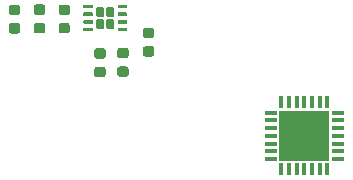
<source format=gbr>
G04 #@! TF.GenerationSoftware,KiCad,Pcbnew,(5.1.2)-2*
G04 #@! TF.CreationDate,2020-03-09T10:51:38+01:00*
G04 #@! TF.ProjectId,Extension_PCB,45787465-6e73-4696-9f6e-5f5043422e6b,rev?*
G04 #@! TF.SameCoordinates,Original*
G04 #@! TF.FileFunction,Paste,Top*
G04 #@! TF.FilePolarity,Positive*
%FSLAX46Y46*%
G04 Gerber Fmt 4.6, Leading zero omitted, Abs format (unit mm)*
G04 Created by KiCad (PCBNEW (5.1.2)-2) date 2020-03-09 10:51:38*
%MOMM*%
%LPD*%
G04 APERTURE LIST*
%ADD10R,1.050000X0.350000*%
%ADD11R,0.350000X1.050000*%
%ADD12R,4.200000X4.200000*%
%ADD13C,0.100000*%
%ADD14C,0.300000*%
%ADD15C,0.690000*%
%ADD16C,0.875000*%
G04 APERTURE END LIST*
D10*
X185050000Y-100150000D03*
X185050000Y-99500000D03*
X185050000Y-98850000D03*
X185050000Y-98200000D03*
X185050000Y-97550000D03*
X185050000Y-96900000D03*
X185050000Y-96250000D03*
D11*
X184150000Y-95350000D03*
X183500000Y-95350000D03*
X182850000Y-95350000D03*
X182200000Y-95350000D03*
X181550000Y-95350000D03*
X180900000Y-95350000D03*
X180250000Y-95350000D03*
D10*
X179350000Y-96250000D03*
X179350000Y-96900000D03*
X179350000Y-97550000D03*
X179350000Y-98200000D03*
X179350000Y-98850000D03*
X179350000Y-99500000D03*
X179350000Y-100150000D03*
D11*
X180250000Y-101050000D03*
X180900000Y-101050000D03*
X181550000Y-101050000D03*
X182200000Y-101050000D03*
X182850000Y-101050000D03*
X183500000Y-101050000D03*
X184150000Y-101050000D03*
D12*
X182200000Y-98200000D03*
D13*
G36*
X167110831Y-87107361D02*
G01*
X167118112Y-87108441D01*
X167125251Y-87110229D01*
X167132181Y-87112709D01*
X167138835Y-87115856D01*
X167145148Y-87119640D01*
X167151059Y-87124024D01*
X167156513Y-87128967D01*
X167161456Y-87134421D01*
X167165840Y-87140332D01*
X167169624Y-87146645D01*
X167172771Y-87153299D01*
X167175251Y-87160229D01*
X167177039Y-87167368D01*
X167178119Y-87174649D01*
X167178480Y-87182000D01*
X167178480Y-87332000D01*
X167178119Y-87339351D01*
X167177039Y-87346632D01*
X167175251Y-87353771D01*
X167172771Y-87360701D01*
X167169624Y-87367355D01*
X167165840Y-87373668D01*
X167161456Y-87379579D01*
X167156513Y-87385033D01*
X167151059Y-87389976D01*
X167145148Y-87394360D01*
X167138835Y-87398144D01*
X167132181Y-87401291D01*
X167125251Y-87403771D01*
X167118112Y-87405559D01*
X167110831Y-87406639D01*
X167103480Y-87407000D01*
X166453480Y-87407000D01*
X166446129Y-87406639D01*
X166438848Y-87405559D01*
X166431709Y-87403771D01*
X166424779Y-87401291D01*
X166418125Y-87398144D01*
X166411812Y-87394360D01*
X166405901Y-87389976D01*
X166400447Y-87385033D01*
X166395504Y-87379579D01*
X166391120Y-87373668D01*
X166387336Y-87367355D01*
X166384189Y-87360701D01*
X166381709Y-87353771D01*
X166379921Y-87346632D01*
X166378841Y-87339351D01*
X166378480Y-87332000D01*
X166378480Y-87182000D01*
X166378841Y-87174649D01*
X166379921Y-87167368D01*
X166381709Y-87160229D01*
X166384189Y-87153299D01*
X166387336Y-87146645D01*
X166391120Y-87140332D01*
X166395504Y-87134421D01*
X166400447Y-87128967D01*
X166405901Y-87124024D01*
X166411812Y-87119640D01*
X166418125Y-87115856D01*
X166424779Y-87112709D01*
X166431709Y-87110229D01*
X166438848Y-87108441D01*
X166446129Y-87107361D01*
X166453480Y-87107000D01*
X167103480Y-87107000D01*
X167110831Y-87107361D01*
X167110831Y-87107361D01*
G37*
D14*
X166778480Y-87257000D03*
D13*
G36*
X167110831Y-87757361D02*
G01*
X167118112Y-87758441D01*
X167125251Y-87760229D01*
X167132181Y-87762709D01*
X167138835Y-87765856D01*
X167145148Y-87769640D01*
X167151059Y-87774024D01*
X167156513Y-87778967D01*
X167161456Y-87784421D01*
X167165840Y-87790332D01*
X167169624Y-87796645D01*
X167172771Y-87803299D01*
X167175251Y-87810229D01*
X167177039Y-87817368D01*
X167178119Y-87824649D01*
X167178480Y-87832000D01*
X167178480Y-87982000D01*
X167178119Y-87989351D01*
X167177039Y-87996632D01*
X167175251Y-88003771D01*
X167172771Y-88010701D01*
X167169624Y-88017355D01*
X167165840Y-88023668D01*
X167161456Y-88029579D01*
X167156513Y-88035033D01*
X167151059Y-88039976D01*
X167145148Y-88044360D01*
X167138835Y-88048144D01*
X167132181Y-88051291D01*
X167125251Y-88053771D01*
X167118112Y-88055559D01*
X167110831Y-88056639D01*
X167103480Y-88057000D01*
X166453480Y-88057000D01*
X166446129Y-88056639D01*
X166438848Y-88055559D01*
X166431709Y-88053771D01*
X166424779Y-88051291D01*
X166418125Y-88048144D01*
X166411812Y-88044360D01*
X166405901Y-88039976D01*
X166400447Y-88035033D01*
X166395504Y-88029579D01*
X166391120Y-88023668D01*
X166387336Y-88017355D01*
X166384189Y-88010701D01*
X166381709Y-88003771D01*
X166379921Y-87996632D01*
X166378841Y-87989351D01*
X166378480Y-87982000D01*
X166378480Y-87832000D01*
X166378841Y-87824649D01*
X166379921Y-87817368D01*
X166381709Y-87810229D01*
X166384189Y-87803299D01*
X166387336Y-87796645D01*
X166391120Y-87790332D01*
X166395504Y-87784421D01*
X166400447Y-87778967D01*
X166405901Y-87774024D01*
X166411812Y-87769640D01*
X166418125Y-87765856D01*
X166424779Y-87762709D01*
X166431709Y-87760229D01*
X166438848Y-87758441D01*
X166446129Y-87757361D01*
X166453480Y-87757000D01*
X167103480Y-87757000D01*
X167110831Y-87757361D01*
X167110831Y-87757361D01*
G37*
D14*
X166778480Y-87907000D03*
D13*
G36*
X167110831Y-88407361D02*
G01*
X167118112Y-88408441D01*
X167125251Y-88410229D01*
X167132181Y-88412709D01*
X167138835Y-88415856D01*
X167145148Y-88419640D01*
X167151059Y-88424024D01*
X167156513Y-88428967D01*
X167161456Y-88434421D01*
X167165840Y-88440332D01*
X167169624Y-88446645D01*
X167172771Y-88453299D01*
X167175251Y-88460229D01*
X167177039Y-88467368D01*
X167178119Y-88474649D01*
X167178480Y-88482000D01*
X167178480Y-88632000D01*
X167178119Y-88639351D01*
X167177039Y-88646632D01*
X167175251Y-88653771D01*
X167172771Y-88660701D01*
X167169624Y-88667355D01*
X167165840Y-88673668D01*
X167161456Y-88679579D01*
X167156513Y-88685033D01*
X167151059Y-88689976D01*
X167145148Y-88694360D01*
X167138835Y-88698144D01*
X167132181Y-88701291D01*
X167125251Y-88703771D01*
X167118112Y-88705559D01*
X167110831Y-88706639D01*
X167103480Y-88707000D01*
X166453480Y-88707000D01*
X166446129Y-88706639D01*
X166438848Y-88705559D01*
X166431709Y-88703771D01*
X166424779Y-88701291D01*
X166418125Y-88698144D01*
X166411812Y-88694360D01*
X166405901Y-88689976D01*
X166400447Y-88685033D01*
X166395504Y-88679579D01*
X166391120Y-88673668D01*
X166387336Y-88667355D01*
X166384189Y-88660701D01*
X166381709Y-88653771D01*
X166379921Y-88646632D01*
X166378841Y-88639351D01*
X166378480Y-88632000D01*
X166378480Y-88482000D01*
X166378841Y-88474649D01*
X166379921Y-88467368D01*
X166381709Y-88460229D01*
X166384189Y-88453299D01*
X166387336Y-88446645D01*
X166391120Y-88440332D01*
X166395504Y-88434421D01*
X166400447Y-88428967D01*
X166405901Y-88424024D01*
X166411812Y-88419640D01*
X166418125Y-88415856D01*
X166424779Y-88412709D01*
X166431709Y-88410229D01*
X166438848Y-88408441D01*
X166446129Y-88407361D01*
X166453480Y-88407000D01*
X167103480Y-88407000D01*
X167110831Y-88407361D01*
X167110831Y-88407361D01*
G37*
D14*
X166778480Y-88557000D03*
D13*
G36*
X167110831Y-89057361D02*
G01*
X167118112Y-89058441D01*
X167125251Y-89060229D01*
X167132181Y-89062709D01*
X167138835Y-89065856D01*
X167145148Y-89069640D01*
X167151059Y-89074024D01*
X167156513Y-89078967D01*
X167161456Y-89084421D01*
X167165840Y-89090332D01*
X167169624Y-89096645D01*
X167172771Y-89103299D01*
X167175251Y-89110229D01*
X167177039Y-89117368D01*
X167178119Y-89124649D01*
X167178480Y-89132000D01*
X167178480Y-89282000D01*
X167178119Y-89289351D01*
X167177039Y-89296632D01*
X167175251Y-89303771D01*
X167172771Y-89310701D01*
X167169624Y-89317355D01*
X167165840Y-89323668D01*
X167161456Y-89329579D01*
X167156513Y-89335033D01*
X167151059Y-89339976D01*
X167145148Y-89344360D01*
X167138835Y-89348144D01*
X167132181Y-89351291D01*
X167125251Y-89353771D01*
X167118112Y-89355559D01*
X167110831Y-89356639D01*
X167103480Y-89357000D01*
X166453480Y-89357000D01*
X166446129Y-89356639D01*
X166438848Y-89355559D01*
X166431709Y-89353771D01*
X166424779Y-89351291D01*
X166418125Y-89348144D01*
X166411812Y-89344360D01*
X166405901Y-89339976D01*
X166400447Y-89335033D01*
X166395504Y-89329579D01*
X166391120Y-89323668D01*
X166387336Y-89317355D01*
X166384189Y-89310701D01*
X166381709Y-89303771D01*
X166379921Y-89296632D01*
X166378841Y-89289351D01*
X166378480Y-89282000D01*
X166378480Y-89132000D01*
X166378841Y-89124649D01*
X166379921Y-89117368D01*
X166381709Y-89110229D01*
X166384189Y-89103299D01*
X166387336Y-89096645D01*
X166391120Y-89090332D01*
X166395504Y-89084421D01*
X166400447Y-89078967D01*
X166405901Y-89074024D01*
X166411812Y-89069640D01*
X166418125Y-89065856D01*
X166424779Y-89062709D01*
X166431709Y-89060229D01*
X166438848Y-89058441D01*
X166446129Y-89057361D01*
X166453480Y-89057000D01*
X167103480Y-89057000D01*
X167110831Y-89057361D01*
X167110831Y-89057361D01*
G37*
D14*
X166778480Y-89207000D03*
D13*
G36*
X164210831Y-89057361D02*
G01*
X164218112Y-89058441D01*
X164225251Y-89060229D01*
X164232181Y-89062709D01*
X164238835Y-89065856D01*
X164245148Y-89069640D01*
X164251059Y-89074024D01*
X164256513Y-89078967D01*
X164261456Y-89084421D01*
X164265840Y-89090332D01*
X164269624Y-89096645D01*
X164272771Y-89103299D01*
X164275251Y-89110229D01*
X164277039Y-89117368D01*
X164278119Y-89124649D01*
X164278480Y-89132000D01*
X164278480Y-89282000D01*
X164278119Y-89289351D01*
X164277039Y-89296632D01*
X164275251Y-89303771D01*
X164272771Y-89310701D01*
X164269624Y-89317355D01*
X164265840Y-89323668D01*
X164261456Y-89329579D01*
X164256513Y-89335033D01*
X164251059Y-89339976D01*
X164245148Y-89344360D01*
X164238835Y-89348144D01*
X164232181Y-89351291D01*
X164225251Y-89353771D01*
X164218112Y-89355559D01*
X164210831Y-89356639D01*
X164203480Y-89357000D01*
X163553480Y-89357000D01*
X163546129Y-89356639D01*
X163538848Y-89355559D01*
X163531709Y-89353771D01*
X163524779Y-89351291D01*
X163518125Y-89348144D01*
X163511812Y-89344360D01*
X163505901Y-89339976D01*
X163500447Y-89335033D01*
X163495504Y-89329579D01*
X163491120Y-89323668D01*
X163487336Y-89317355D01*
X163484189Y-89310701D01*
X163481709Y-89303771D01*
X163479921Y-89296632D01*
X163478841Y-89289351D01*
X163478480Y-89282000D01*
X163478480Y-89132000D01*
X163478841Y-89124649D01*
X163479921Y-89117368D01*
X163481709Y-89110229D01*
X163484189Y-89103299D01*
X163487336Y-89096645D01*
X163491120Y-89090332D01*
X163495504Y-89084421D01*
X163500447Y-89078967D01*
X163505901Y-89074024D01*
X163511812Y-89069640D01*
X163518125Y-89065856D01*
X163524779Y-89062709D01*
X163531709Y-89060229D01*
X163538848Y-89058441D01*
X163546129Y-89057361D01*
X163553480Y-89057000D01*
X164203480Y-89057000D01*
X164210831Y-89057361D01*
X164210831Y-89057361D01*
G37*
D14*
X163878480Y-89207000D03*
D13*
G36*
X164210831Y-88407361D02*
G01*
X164218112Y-88408441D01*
X164225251Y-88410229D01*
X164232181Y-88412709D01*
X164238835Y-88415856D01*
X164245148Y-88419640D01*
X164251059Y-88424024D01*
X164256513Y-88428967D01*
X164261456Y-88434421D01*
X164265840Y-88440332D01*
X164269624Y-88446645D01*
X164272771Y-88453299D01*
X164275251Y-88460229D01*
X164277039Y-88467368D01*
X164278119Y-88474649D01*
X164278480Y-88482000D01*
X164278480Y-88632000D01*
X164278119Y-88639351D01*
X164277039Y-88646632D01*
X164275251Y-88653771D01*
X164272771Y-88660701D01*
X164269624Y-88667355D01*
X164265840Y-88673668D01*
X164261456Y-88679579D01*
X164256513Y-88685033D01*
X164251059Y-88689976D01*
X164245148Y-88694360D01*
X164238835Y-88698144D01*
X164232181Y-88701291D01*
X164225251Y-88703771D01*
X164218112Y-88705559D01*
X164210831Y-88706639D01*
X164203480Y-88707000D01*
X163553480Y-88707000D01*
X163546129Y-88706639D01*
X163538848Y-88705559D01*
X163531709Y-88703771D01*
X163524779Y-88701291D01*
X163518125Y-88698144D01*
X163511812Y-88694360D01*
X163505901Y-88689976D01*
X163500447Y-88685033D01*
X163495504Y-88679579D01*
X163491120Y-88673668D01*
X163487336Y-88667355D01*
X163484189Y-88660701D01*
X163481709Y-88653771D01*
X163479921Y-88646632D01*
X163478841Y-88639351D01*
X163478480Y-88632000D01*
X163478480Y-88482000D01*
X163478841Y-88474649D01*
X163479921Y-88467368D01*
X163481709Y-88460229D01*
X163484189Y-88453299D01*
X163487336Y-88446645D01*
X163491120Y-88440332D01*
X163495504Y-88434421D01*
X163500447Y-88428967D01*
X163505901Y-88424024D01*
X163511812Y-88419640D01*
X163518125Y-88415856D01*
X163524779Y-88412709D01*
X163531709Y-88410229D01*
X163538848Y-88408441D01*
X163546129Y-88407361D01*
X163553480Y-88407000D01*
X164203480Y-88407000D01*
X164210831Y-88407361D01*
X164210831Y-88407361D01*
G37*
D14*
X163878480Y-88557000D03*
D13*
G36*
X164210831Y-87757361D02*
G01*
X164218112Y-87758441D01*
X164225251Y-87760229D01*
X164232181Y-87762709D01*
X164238835Y-87765856D01*
X164245148Y-87769640D01*
X164251059Y-87774024D01*
X164256513Y-87778967D01*
X164261456Y-87784421D01*
X164265840Y-87790332D01*
X164269624Y-87796645D01*
X164272771Y-87803299D01*
X164275251Y-87810229D01*
X164277039Y-87817368D01*
X164278119Y-87824649D01*
X164278480Y-87832000D01*
X164278480Y-87982000D01*
X164278119Y-87989351D01*
X164277039Y-87996632D01*
X164275251Y-88003771D01*
X164272771Y-88010701D01*
X164269624Y-88017355D01*
X164265840Y-88023668D01*
X164261456Y-88029579D01*
X164256513Y-88035033D01*
X164251059Y-88039976D01*
X164245148Y-88044360D01*
X164238835Y-88048144D01*
X164232181Y-88051291D01*
X164225251Y-88053771D01*
X164218112Y-88055559D01*
X164210831Y-88056639D01*
X164203480Y-88057000D01*
X163553480Y-88057000D01*
X163546129Y-88056639D01*
X163538848Y-88055559D01*
X163531709Y-88053771D01*
X163524779Y-88051291D01*
X163518125Y-88048144D01*
X163511812Y-88044360D01*
X163505901Y-88039976D01*
X163500447Y-88035033D01*
X163495504Y-88029579D01*
X163491120Y-88023668D01*
X163487336Y-88017355D01*
X163484189Y-88010701D01*
X163481709Y-88003771D01*
X163479921Y-87996632D01*
X163478841Y-87989351D01*
X163478480Y-87982000D01*
X163478480Y-87832000D01*
X163478841Y-87824649D01*
X163479921Y-87817368D01*
X163481709Y-87810229D01*
X163484189Y-87803299D01*
X163487336Y-87796645D01*
X163491120Y-87790332D01*
X163495504Y-87784421D01*
X163500447Y-87778967D01*
X163505901Y-87774024D01*
X163511812Y-87769640D01*
X163518125Y-87765856D01*
X163524779Y-87762709D01*
X163531709Y-87760229D01*
X163538848Y-87758441D01*
X163546129Y-87757361D01*
X163553480Y-87757000D01*
X164203480Y-87757000D01*
X164210831Y-87757361D01*
X164210831Y-87757361D01*
G37*
D14*
X163878480Y-87907000D03*
D13*
G36*
X164210831Y-87107361D02*
G01*
X164218112Y-87108441D01*
X164225251Y-87110229D01*
X164232181Y-87112709D01*
X164238835Y-87115856D01*
X164245148Y-87119640D01*
X164251059Y-87124024D01*
X164256513Y-87128967D01*
X164261456Y-87134421D01*
X164265840Y-87140332D01*
X164269624Y-87146645D01*
X164272771Y-87153299D01*
X164275251Y-87160229D01*
X164277039Y-87167368D01*
X164278119Y-87174649D01*
X164278480Y-87182000D01*
X164278480Y-87332000D01*
X164278119Y-87339351D01*
X164277039Y-87346632D01*
X164275251Y-87353771D01*
X164272771Y-87360701D01*
X164269624Y-87367355D01*
X164265840Y-87373668D01*
X164261456Y-87379579D01*
X164256513Y-87385033D01*
X164251059Y-87389976D01*
X164245148Y-87394360D01*
X164238835Y-87398144D01*
X164232181Y-87401291D01*
X164225251Y-87403771D01*
X164218112Y-87405559D01*
X164210831Y-87406639D01*
X164203480Y-87407000D01*
X163553480Y-87407000D01*
X163546129Y-87406639D01*
X163538848Y-87405559D01*
X163531709Y-87403771D01*
X163524779Y-87401291D01*
X163518125Y-87398144D01*
X163511812Y-87394360D01*
X163505901Y-87389976D01*
X163500447Y-87385033D01*
X163495504Y-87379579D01*
X163491120Y-87373668D01*
X163487336Y-87367355D01*
X163484189Y-87360701D01*
X163481709Y-87353771D01*
X163479921Y-87346632D01*
X163478841Y-87339351D01*
X163478480Y-87332000D01*
X163478480Y-87182000D01*
X163478841Y-87174649D01*
X163479921Y-87167368D01*
X163481709Y-87160229D01*
X163484189Y-87153299D01*
X163487336Y-87146645D01*
X163491120Y-87140332D01*
X163495504Y-87134421D01*
X163500447Y-87128967D01*
X163505901Y-87124024D01*
X163511812Y-87119640D01*
X163518125Y-87115856D01*
X163524779Y-87112709D01*
X163531709Y-87110229D01*
X163538848Y-87108441D01*
X163546129Y-87107361D01*
X163553480Y-87107000D01*
X164203480Y-87107000D01*
X164210831Y-87107361D01*
X164210831Y-87107361D01*
G37*
D14*
X163878480Y-87257000D03*
D13*
G36*
X165942888Y-88327831D02*
G01*
X165959633Y-88330315D01*
X165976054Y-88334428D01*
X165991993Y-88340131D01*
X166007296Y-88347369D01*
X166021816Y-88356071D01*
X166035413Y-88366156D01*
X166047956Y-88377524D01*
X166059324Y-88390067D01*
X166069409Y-88403664D01*
X166078111Y-88418184D01*
X166085349Y-88433487D01*
X166091052Y-88449426D01*
X166095165Y-88465847D01*
X166097649Y-88482592D01*
X166098480Y-88499500D01*
X166098480Y-88984500D01*
X166097649Y-89001408D01*
X166095165Y-89018153D01*
X166091052Y-89034574D01*
X166085349Y-89050513D01*
X166078111Y-89065816D01*
X166069409Y-89080336D01*
X166059324Y-89093933D01*
X166047956Y-89106476D01*
X166035413Y-89117844D01*
X166021816Y-89127929D01*
X166007296Y-89136631D01*
X165991993Y-89143869D01*
X165976054Y-89149572D01*
X165959633Y-89153685D01*
X165942888Y-89156169D01*
X165925980Y-89157000D01*
X165580980Y-89157000D01*
X165564072Y-89156169D01*
X165547327Y-89153685D01*
X165530906Y-89149572D01*
X165514967Y-89143869D01*
X165499664Y-89136631D01*
X165485144Y-89127929D01*
X165471547Y-89117844D01*
X165459004Y-89106476D01*
X165447636Y-89093933D01*
X165437551Y-89080336D01*
X165428849Y-89065816D01*
X165421611Y-89050513D01*
X165415908Y-89034574D01*
X165411795Y-89018153D01*
X165409311Y-89001408D01*
X165408480Y-88984500D01*
X165408480Y-88499500D01*
X165409311Y-88482592D01*
X165411795Y-88465847D01*
X165415908Y-88449426D01*
X165421611Y-88433487D01*
X165428849Y-88418184D01*
X165437551Y-88403664D01*
X165447636Y-88390067D01*
X165459004Y-88377524D01*
X165471547Y-88366156D01*
X165485144Y-88356071D01*
X165499664Y-88347369D01*
X165514967Y-88340131D01*
X165530906Y-88334428D01*
X165547327Y-88330315D01*
X165564072Y-88327831D01*
X165580980Y-88327000D01*
X165925980Y-88327000D01*
X165942888Y-88327831D01*
X165942888Y-88327831D01*
G37*
D15*
X165753480Y-88742000D03*
D13*
G36*
X165942888Y-87307831D02*
G01*
X165959633Y-87310315D01*
X165976054Y-87314428D01*
X165991993Y-87320131D01*
X166007296Y-87327369D01*
X166021816Y-87336071D01*
X166035413Y-87346156D01*
X166047956Y-87357524D01*
X166059324Y-87370067D01*
X166069409Y-87383664D01*
X166078111Y-87398184D01*
X166085349Y-87413487D01*
X166091052Y-87429426D01*
X166095165Y-87445847D01*
X166097649Y-87462592D01*
X166098480Y-87479500D01*
X166098480Y-87964500D01*
X166097649Y-87981408D01*
X166095165Y-87998153D01*
X166091052Y-88014574D01*
X166085349Y-88030513D01*
X166078111Y-88045816D01*
X166069409Y-88060336D01*
X166059324Y-88073933D01*
X166047956Y-88086476D01*
X166035413Y-88097844D01*
X166021816Y-88107929D01*
X166007296Y-88116631D01*
X165991993Y-88123869D01*
X165976054Y-88129572D01*
X165959633Y-88133685D01*
X165942888Y-88136169D01*
X165925980Y-88137000D01*
X165580980Y-88137000D01*
X165564072Y-88136169D01*
X165547327Y-88133685D01*
X165530906Y-88129572D01*
X165514967Y-88123869D01*
X165499664Y-88116631D01*
X165485144Y-88107929D01*
X165471547Y-88097844D01*
X165459004Y-88086476D01*
X165447636Y-88073933D01*
X165437551Y-88060336D01*
X165428849Y-88045816D01*
X165421611Y-88030513D01*
X165415908Y-88014574D01*
X165411795Y-87998153D01*
X165409311Y-87981408D01*
X165408480Y-87964500D01*
X165408480Y-87479500D01*
X165409311Y-87462592D01*
X165411795Y-87445847D01*
X165415908Y-87429426D01*
X165421611Y-87413487D01*
X165428849Y-87398184D01*
X165437551Y-87383664D01*
X165447636Y-87370067D01*
X165459004Y-87357524D01*
X165471547Y-87346156D01*
X165485144Y-87336071D01*
X165499664Y-87327369D01*
X165514967Y-87320131D01*
X165530906Y-87314428D01*
X165547327Y-87310315D01*
X165564072Y-87307831D01*
X165580980Y-87307000D01*
X165925980Y-87307000D01*
X165942888Y-87307831D01*
X165942888Y-87307831D01*
G37*
D15*
X165753480Y-87722000D03*
D13*
G36*
X165092888Y-88327831D02*
G01*
X165109633Y-88330315D01*
X165126054Y-88334428D01*
X165141993Y-88340131D01*
X165157296Y-88347369D01*
X165171816Y-88356071D01*
X165185413Y-88366156D01*
X165197956Y-88377524D01*
X165209324Y-88390067D01*
X165219409Y-88403664D01*
X165228111Y-88418184D01*
X165235349Y-88433487D01*
X165241052Y-88449426D01*
X165245165Y-88465847D01*
X165247649Y-88482592D01*
X165248480Y-88499500D01*
X165248480Y-88984500D01*
X165247649Y-89001408D01*
X165245165Y-89018153D01*
X165241052Y-89034574D01*
X165235349Y-89050513D01*
X165228111Y-89065816D01*
X165219409Y-89080336D01*
X165209324Y-89093933D01*
X165197956Y-89106476D01*
X165185413Y-89117844D01*
X165171816Y-89127929D01*
X165157296Y-89136631D01*
X165141993Y-89143869D01*
X165126054Y-89149572D01*
X165109633Y-89153685D01*
X165092888Y-89156169D01*
X165075980Y-89157000D01*
X164730980Y-89157000D01*
X164714072Y-89156169D01*
X164697327Y-89153685D01*
X164680906Y-89149572D01*
X164664967Y-89143869D01*
X164649664Y-89136631D01*
X164635144Y-89127929D01*
X164621547Y-89117844D01*
X164609004Y-89106476D01*
X164597636Y-89093933D01*
X164587551Y-89080336D01*
X164578849Y-89065816D01*
X164571611Y-89050513D01*
X164565908Y-89034574D01*
X164561795Y-89018153D01*
X164559311Y-89001408D01*
X164558480Y-88984500D01*
X164558480Y-88499500D01*
X164559311Y-88482592D01*
X164561795Y-88465847D01*
X164565908Y-88449426D01*
X164571611Y-88433487D01*
X164578849Y-88418184D01*
X164587551Y-88403664D01*
X164597636Y-88390067D01*
X164609004Y-88377524D01*
X164621547Y-88366156D01*
X164635144Y-88356071D01*
X164649664Y-88347369D01*
X164664967Y-88340131D01*
X164680906Y-88334428D01*
X164697327Y-88330315D01*
X164714072Y-88327831D01*
X164730980Y-88327000D01*
X165075980Y-88327000D01*
X165092888Y-88327831D01*
X165092888Y-88327831D01*
G37*
D15*
X164903480Y-88742000D03*
D13*
G36*
X165092888Y-87307831D02*
G01*
X165109633Y-87310315D01*
X165126054Y-87314428D01*
X165141993Y-87320131D01*
X165157296Y-87327369D01*
X165171816Y-87336071D01*
X165185413Y-87346156D01*
X165197956Y-87357524D01*
X165209324Y-87370067D01*
X165219409Y-87383664D01*
X165228111Y-87398184D01*
X165235349Y-87413487D01*
X165241052Y-87429426D01*
X165245165Y-87445847D01*
X165247649Y-87462592D01*
X165248480Y-87479500D01*
X165248480Y-87964500D01*
X165247649Y-87981408D01*
X165245165Y-87998153D01*
X165241052Y-88014574D01*
X165235349Y-88030513D01*
X165228111Y-88045816D01*
X165219409Y-88060336D01*
X165209324Y-88073933D01*
X165197956Y-88086476D01*
X165185413Y-88097844D01*
X165171816Y-88107929D01*
X165157296Y-88116631D01*
X165141993Y-88123869D01*
X165126054Y-88129572D01*
X165109633Y-88133685D01*
X165092888Y-88136169D01*
X165075980Y-88137000D01*
X164730980Y-88137000D01*
X164714072Y-88136169D01*
X164697327Y-88133685D01*
X164680906Y-88129572D01*
X164664967Y-88123869D01*
X164649664Y-88116631D01*
X164635144Y-88107929D01*
X164621547Y-88097844D01*
X164609004Y-88086476D01*
X164597636Y-88073933D01*
X164587551Y-88060336D01*
X164578849Y-88045816D01*
X164571611Y-88030513D01*
X164565908Y-88014574D01*
X164561795Y-87998153D01*
X164559311Y-87981408D01*
X164558480Y-87964500D01*
X164558480Y-87479500D01*
X164559311Y-87462592D01*
X164561795Y-87445847D01*
X164565908Y-87429426D01*
X164571611Y-87413487D01*
X164578849Y-87398184D01*
X164587551Y-87383664D01*
X164597636Y-87370067D01*
X164609004Y-87357524D01*
X164621547Y-87346156D01*
X164635144Y-87336071D01*
X164649664Y-87327369D01*
X164664967Y-87320131D01*
X164680906Y-87314428D01*
X164697327Y-87310315D01*
X164714072Y-87307831D01*
X164730980Y-87307000D01*
X165075980Y-87307000D01*
X165092888Y-87307831D01*
X165092888Y-87307831D01*
G37*
D15*
X164903480Y-87722000D03*
D13*
G36*
X162142431Y-88659693D02*
G01*
X162163666Y-88662843D01*
X162184490Y-88668059D01*
X162204702Y-88675291D01*
X162224108Y-88684470D01*
X162242521Y-88695506D01*
X162259764Y-88708294D01*
X162275670Y-88722710D01*
X162290086Y-88738616D01*
X162302874Y-88755859D01*
X162313910Y-88774272D01*
X162323089Y-88793678D01*
X162330321Y-88813890D01*
X162335537Y-88834714D01*
X162338687Y-88855949D01*
X162339740Y-88877390D01*
X162339740Y-89314890D01*
X162338687Y-89336331D01*
X162335537Y-89357566D01*
X162330321Y-89378390D01*
X162323089Y-89398602D01*
X162313910Y-89418008D01*
X162302874Y-89436421D01*
X162290086Y-89453664D01*
X162275670Y-89469570D01*
X162259764Y-89483986D01*
X162242521Y-89496774D01*
X162224108Y-89507810D01*
X162204702Y-89516989D01*
X162184490Y-89524221D01*
X162163666Y-89529437D01*
X162142431Y-89532587D01*
X162120990Y-89533640D01*
X161608490Y-89533640D01*
X161587049Y-89532587D01*
X161565814Y-89529437D01*
X161544990Y-89524221D01*
X161524778Y-89516989D01*
X161505372Y-89507810D01*
X161486959Y-89496774D01*
X161469716Y-89483986D01*
X161453810Y-89469570D01*
X161439394Y-89453664D01*
X161426606Y-89436421D01*
X161415570Y-89418008D01*
X161406391Y-89398602D01*
X161399159Y-89378390D01*
X161393943Y-89357566D01*
X161390793Y-89336331D01*
X161389740Y-89314890D01*
X161389740Y-88877390D01*
X161390793Y-88855949D01*
X161393943Y-88834714D01*
X161399159Y-88813890D01*
X161406391Y-88793678D01*
X161415570Y-88774272D01*
X161426606Y-88755859D01*
X161439394Y-88738616D01*
X161453810Y-88722710D01*
X161469716Y-88708294D01*
X161486959Y-88695506D01*
X161505372Y-88684470D01*
X161524778Y-88675291D01*
X161544990Y-88668059D01*
X161565814Y-88662843D01*
X161587049Y-88659693D01*
X161608490Y-88658640D01*
X162120990Y-88658640D01*
X162142431Y-88659693D01*
X162142431Y-88659693D01*
G37*
D16*
X161864740Y-89096140D03*
D13*
G36*
X162142431Y-87084693D02*
G01*
X162163666Y-87087843D01*
X162184490Y-87093059D01*
X162204702Y-87100291D01*
X162224108Y-87109470D01*
X162242521Y-87120506D01*
X162259764Y-87133294D01*
X162275670Y-87147710D01*
X162290086Y-87163616D01*
X162302874Y-87180859D01*
X162313910Y-87199272D01*
X162323089Y-87218678D01*
X162330321Y-87238890D01*
X162335537Y-87259714D01*
X162338687Y-87280949D01*
X162339740Y-87302390D01*
X162339740Y-87739890D01*
X162338687Y-87761331D01*
X162335537Y-87782566D01*
X162330321Y-87803390D01*
X162323089Y-87823602D01*
X162313910Y-87843008D01*
X162302874Y-87861421D01*
X162290086Y-87878664D01*
X162275670Y-87894570D01*
X162259764Y-87908986D01*
X162242521Y-87921774D01*
X162224108Y-87932810D01*
X162204702Y-87941989D01*
X162184490Y-87949221D01*
X162163666Y-87954437D01*
X162142431Y-87957587D01*
X162120990Y-87958640D01*
X161608490Y-87958640D01*
X161587049Y-87957587D01*
X161565814Y-87954437D01*
X161544990Y-87949221D01*
X161524778Y-87941989D01*
X161505372Y-87932810D01*
X161486959Y-87921774D01*
X161469716Y-87908986D01*
X161453810Y-87894570D01*
X161439394Y-87878664D01*
X161426606Y-87861421D01*
X161415570Y-87843008D01*
X161406391Y-87823602D01*
X161399159Y-87803390D01*
X161393943Y-87782566D01*
X161390793Y-87761331D01*
X161389740Y-87739890D01*
X161389740Y-87302390D01*
X161390793Y-87280949D01*
X161393943Y-87259714D01*
X161399159Y-87238890D01*
X161406391Y-87218678D01*
X161415570Y-87199272D01*
X161426606Y-87180859D01*
X161439394Y-87163616D01*
X161453810Y-87147710D01*
X161469716Y-87133294D01*
X161486959Y-87120506D01*
X161505372Y-87109470D01*
X161524778Y-87100291D01*
X161544990Y-87093059D01*
X161565814Y-87087843D01*
X161587049Y-87084693D01*
X161608490Y-87083640D01*
X162120990Y-87083640D01*
X162142431Y-87084693D01*
X162142431Y-87084693D01*
G37*
D16*
X161864740Y-87521140D03*
D13*
G36*
X169277291Y-90615493D02*
G01*
X169298526Y-90618643D01*
X169319350Y-90623859D01*
X169339562Y-90631091D01*
X169358968Y-90640270D01*
X169377381Y-90651306D01*
X169394624Y-90664094D01*
X169410530Y-90678510D01*
X169424946Y-90694416D01*
X169437734Y-90711659D01*
X169448770Y-90730072D01*
X169457949Y-90749478D01*
X169465181Y-90769690D01*
X169470397Y-90790514D01*
X169473547Y-90811749D01*
X169474600Y-90833190D01*
X169474600Y-91270690D01*
X169473547Y-91292131D01*
X169470397Y-91313366D01*
X169465181Y-91334190D01*
X169457949Y-91354402D01*
X169448770Y-91373808D01*
X169437734Y-91392221D01*
X169424946Y-91409464D01*
X169410530Y-91425370D01*
X169394624Y-91439786D01*
X169377381Y-91452574D01*
X169358968Y-91463610D01*
X169339562Y-91472789D01*
X169319350Y-91480021D01*
X169298526Y-91485237D01*
X169277291Y-91488387D01*
X169255850Y-91489440D01*
X168743350Y-91489440D01*
X168721909Y-91488387D01*
X168700674Y-91485237D01*
X168679850Y-91480021D01*
X168659638Y-91472789D01*
X168640232Y-91463610D01*
X168621819Y-91452574D01*
X168604576Y-91439786D01*
X168588670Y-91425370D01*
X168574254Y-91409464D01*
X168561466Y-91392221D01*
X168550430Y-91373808D01*
X168541251Y-91354402D01*
X168534019Y-91334190D01*
X168528803Y-91313366D01*
X168525653Y-91292131D01*
X168524600Y-91270690D01*
X168524600Y-90833190D01*
X168525653Y-90811749D01*
X168528803Y-90790514D01*
X168534019Y-90769690D01*
X168541251Y-90749478D01*
X168550430Y-90730072D01*
X168561466Y-90711659D01*
X168574254Y-90694416D01*
X168588670Y-90678510D01*
X168604576Y-90664094D01*
X168621819Y-90651306D01*
X168640232Y-90640270D01*
X168659638Y-90631091D01*
X168679850Y-90623859D01*
X168700674Y-90618643D01*
X168721909Y-90615493D01*
X168743350Y-90614440D01*
X169255850Y-90614440D01*
X169277291Y-90615493D01*
X169277291Y-90615493D01*
G37*
D16*
X168999600Y-91051940D03*
D13*
G36*
X169277291Y-89040493D02*
G01*
X169298526Y-89043643D01*
X169319350Y-89048859D01*
X169339562Y-89056091D01*
X169358968Y-89065270D01*
X169377381Y-89076306D01*
X169394624Y-89089094D01*
X169410530Y-89103510D01*
X169424946Y-89119416D01*
X169437734Y-89136659D01*
X169448770Y-89155072D01*
X169457949Y-89174478D01*
X169465181Y-89194690D01*
X169470397Y-89215514D01*
X169473547Y-89236749D01*
X169474600Y-89258190D01*
X169474600Y-89695690D01*
X169473547Y-89717131D01*
X169470397Y-89738366D01*
X169465181Y-89759190D01*
X169457949Y-89779402D01*
X169448770Y-89798808D01*
X169437734Y-89817221D01*
X169424946Y-89834464D01*
X169410530Y-89850370D01*
X169394624Y-89864786D01*
X169377381Y-89877574D01*
X169358968Y-89888610D01*
X169339562Y-89897789D01*
X169319350Y-89905021D01*
X169298526Y-89910237D01*
X169277291Y-89913387D01*
X169255850Y-89914440D01*
X168743350Y-89914440D01*
X168721909Y-89913387D01*
X168700674Y-89910237D01*
X168679850Y-89905021D01*
X168659638Y-89897789D01*
X168640232Y-89888610D01*
X168621819Y-89877574D01*
X168604576Y-89864786D01*
X168588670Y-89850370D01*
X168574254Y-89834464D01*
X168561466Y-89817221D01*
X168550430Y-89798808D01*
X168541251Y-89779402D01*
X168534019Y-89759190D01*
X168528803Y-89738366D01*
X168525653Y-89717131D01*
X168524600Y-89695690D01*
X168524600Y-89258190D01*
X168525653Y-89236749D01*
X168528803Y-89215514D01*
X168534019Y-89194690D01*
X168541251Y-89174478D01*
X168550430Y-89155072D01*
X168561466Y-89136659D01*
X168574254Y-89119416D01*
X168588670Y-89103510D01*
X168604576Y-89089094D01*
X168621819Y-89076306D01*
X168640232Y-89065270D01*
X168659638Y-89056091D01*
X168679850Y-89048859D01*
X168700674Y-89043643D01*
X168721909Y-89040493D01*
X168743350Y-89039440D01*
X169255850Y-89039440D01*
X169277291Y-89040493D01*
X169277291Y-89040493D01*
G37*
D16*
X168999600Y-89476940D03*
D13*
G36*
X165162491Y-92357933D02*
G01*
X165183726Y-92361083D01*
X165204550Y-92366299D01*
X165224762Y-92373531D01*
X165244168Y-92382710D01*
X165262581Y-92393746D01*
X165279824Y-92406534D01*
X165295730Y-92420950D01*
X165310146Y-92436856D01*
X165322934Y-92454099D01*
X165333970Y-92472512D01*
X165343149Y-92491918D01*
X165350381Y-92512130D01*
X165355597Y-92532954D01*
X165358747Y-92554189D01*
X165359800Y-92575630D01*
X165359800Y-93013130D01*
X165358747Y-93034571D01*
X165355597Y-93055806D01*
X165350381Y-93076630D01*
X165343149Y-93096842D01*
X165333970Y-93116248D01*
X165322934Y-93134661D01*
X165310146Y-93151904D01*
X165295730Y-93167810D01*
X165279824Y-93182226D01*
X165262581Y-93195014D01*
X165244168Y-93206050D01*
X165224762Y-93215229D01*
X165204550Y-93222461D01*
X165183726Y-93227677D01*
X165162491Y-93230827D01*
X165141050Y-93231880D01*
X164628550Y-93231880D01*
X164607109Y-93230827D01*
X164585874Y-93227677D01*
X164565050Y-93222461D01*
X164544838Y-93215229D01*
X164525432Y-93206050D01*
X164507019Y-93195014D01*
X164489776Y-93182226D01*
X164473870Y-93167810D01*
X164459454Y-93151904D01*
X164446666Y-93134661D01*
X164435630Y-93116248D01*
X164426451Y-93096842D01*
X164419219Y-93076630D01*
X164414003Y-93055806D01*
X164410853Y-93034571D01*
X164409800Y-93013130D01*
X164409800Y-92575630D01*
X164410853Y-92554189D01*
X164414003Y-92532954D01*
X164419219Y-92512130D01*
X164426451Y-92491918D01*
X164435630Y-92472512D01*
X164446666Y-92454099D01*
X164459454Y-92436856D01*
X164473870Y-92420950D01*
X164489776Y-92406534D01*
X164507019Y-92393746D01*
X164525432Y-92382710D01*
X164544838Y-92373531D01*
X164565050Y-92366299D01*
X164585874Y-92361083D01*
X164607109Y-92357933D01*
X164628550Y-92356880D01*
X165141050Y-92356880D01*
X165162491Y-92357933D01*
X165162491Y-92357933D01*
G37*
D16*
X164884800Y-92794380D03*
D13*
G36*
X165162491Y-90782933D02*
G01*
X165183726Y-90786083D01*
X165204550Y-90791299D01*
X165224762Y-90798531D01*
X165244168Y-90807710D01*
X165262581Y-90818746D01*
X165279824Y-90831534D01*
X165295730Y-90845950D01*
X165310146Y-90861856D01*
X165322934Y-90879099D01*
X165333970Y-90897512D01*
X165343149Y-90916918D01*
X165350381Y-90937130D01*
X165355597Y-90957954D01*
X165358747Y-90979189D01*
X165359800Y-91000630D01*
X165359800Y-91438130D01*
X165358747Y-91459571D01*
X165355597Y-91480806D01*
X165350381Y-91501630D01*
X165343149Y-91521842D01*
X165333970Y-91541248D01*
X165322934Y-91559661D01*
X165310146Y-91576904D01*
X165295730Y-91592810D01*
X165279824Y-91607226D01*
X165262581Y-91620014D01*
X165244168Y-91631050D01*
X165224762Y-91640229D01*
X165204550Y-91647461D01*
X165183726Y-91652677D01*
X165162491Y-91655827D01*
X165141050Y-91656880D01*
X164628550Y-91656880D01*
X164607109Y-91655827D01*
X164585874Y-91652677D01*
X164565050Y-91647461D01*
X164544838Y-91640229D01*
X164525432Y-91631050D01*
X164507019Y-91620014D01*
X164489776Y-91607226D01*
X164473870Y-91592810D01*
X164459454Y-91576904D01*
X164446666Y-91559661D01*
X164435630Y-91541248D01*
X164426451Y-91521842D01*
X164419219Y-91501630D01*
X164414003Y-91480806D01*
X164410853Y-91459571D01*
X164409800Y-91438130D01*
X164409800Y-91000630D01*
X164410853Y-90979189D01*
X164414003Y-90957954D01*
X164419219Y-90937130D01*
X164426451Y-90916918D01*
X164435630Y-90897512D01*
X164446666Y-90879099D01*
X164459454Y-90861856D01*
X164473870Y-90845950D01*
X164489776Y-90831534D01*
X164507019Y-90818746D01*
X164525432Y-90807710D01*
X164544838Y-90798531D01*
X164565050Y-90791299D01*
X164585874Y-90786083D01*
X164607109Y-90782933D01*
X164628550Y-90781880D01*
X165141050Y-90781880D01*
X165162491Y-90782933D01*
X165162491Y-90782933D01*
G37*
D16*
X164884800Y-91219380D03*
D13*
G36*
X167113211Y-92330193D02*
G01*
X167134446Y-92333343D01*
X167155270Y-92338559D01*
X167175482Y-92345791D01*
X167194888Y-92354970D01*
X167213301Y-92366006D01*
X167230544Y-92378794D01*
X167246450Y-92393210D01*
X167260866Y-92409116D01*
X167273654Y-92426359D01*
X167284690Y-92444772D01*
X167293869Y-92464178D01*
X167301101Y-92484390D01*
X167306317Y-92505214D01*
X167309467Y-92526449D01*
X167310520Y-92547890D01*
X167310520Y-92985390D01*
X167309467Y-93006831D01*
X167306317Y-93028066D01*
X167301101Y-93048890D01*
X167293869Y-93069102D01*
X167284690Y-93088508D01*
X167273654Y-93106921D01*
X167260866Y-93124164D01*
X167246450Y-93140070D01*
X167230544Y-93154486D01*
X167213301Y-93167274D01*
X167194888Y-93178310D01*
X167175482Y-93187489D01*
X167155270Y-93194721D01*
X167134446Y-93199937D01*
X167113211Y-93203087D01*
X167091770Y-93204140D01*
X166579270Y-93204140D01*
X166557829Y-93203087D01*
X166536594Y-93199937D01*
X166515770Y-93194721D01*
X166495558Y-93187489D01*
X166476152Y-93178310D01*
X166457739Y-93167274D01*
X166440496Y-93154486D01*
X166424590Y-93140070D01*
X166410174Y-93124164D01*
X166397386Y-93106921D01*
X166386350Y-93088508D01*
X166377171Y-93069102D01*
X166369939Y-93048890D01*
X166364723Y-93028066D01*
X166361573Y-93006831D01*
X166360520Y-92985390D01*
X166360520Y-92547890D01*
X166361573Y-92526449D01*
X166364723Y-92505214D01*
X166369939Y-92484390D01*
X166377171Y-92464178D01*
X166386350Y-92444772D01*
X166397386Y-92426359D01*
X166410174Y-92409116D01*
X166424590Y-92393210D01*
X166440496Y-92378794D01*
X166457739Y-92366006D01*
X166476152Y-92354970D01*
X166495558Y-92345791D01*
X166515770Y-92338559D01*
X166536594Y-92333343D01*
X166557829Y-92330193D01*
X166579270Y-92329140D01*
X167091770Y-92329140D01*
X167113211Y-92330193D01*
X167113211Y-92330193D01*
G37*
D16*
X166835520Y-92766640D03*
D13*
G36*
X167113211Y-90755193D02*
G01*
X167134446Y-90758343D01*
X167155270Y-90763559D01*
X167175482Y-90770791D01*
X167194888Y-90779970D01*
X167213301Y-90791006D01*
X167230544Y-90803794D01*
X167246450Y-90818210D01*
X167260866Y-90834116D01*
X167273654Y-90851359D01*
X167284690Y-90869772D01*
X167293869Y-90889178D01*
X167301101Y-90909390D01*
X167306317Y-90930214D01*
X167309467Y-90951449D01*
X167310520Y-90972890D01*
X167310520Y-91410390D01*
X167309467Y-91431831D01*
X167306317Y-91453066D01*
X167301101Y-91473890D01*
X167293869Y-91494102D01*
X167284690Y-91513508D01*
X167273654Y-91531921D01*
X167260866Y-91549164D01*
X167246450Y-91565070D01*
X167230544Y-91579486D01*
X167213301Y-91592274D01*
X167194888Y-91603310D01*
X167175482Y-91612489D01*
X167155270Y-91619721D01*
X167134446Y-91624937D01*
X167113211Y-91628087D01*
X167091770Y-91629140D01*
X166579270Y-91629140D01*
X166557829Y-91628087D01*
X166536594Y-91624937D01*
X166515770Y-91619721D01*
X166495558Y-91612489D01*
X166476152Y-91603310D01*
X166457739Y-91592274D01*
X166440496Y-91579486D01*
X166424590Y-91565070D01*
X166410174Y-91549164D01*
X166397386Y-91531921D01*
X166386350Y-91513508D01*
X166377171Y-91494102D01*
X166369939Y-91473890D01*
X166364723Y-91453066D01*
X166361573Y-91431831D01*
X166360520Y-91410390D01*
X166360520Y-90972890D01*
X166361573Y-90951449D01*
X166364723Y-90930214D01*
X166369939Y-90909390D01*
X166377171Y-90889178D01*
X166386350Y-90869772D01*
X166397386Y-90851359D01*
X166410174Y-90834116D01*
X166424590Y-90818210D01*
X166440496Y-90803794D01*
X166457739Y-90791006D01*
X166476152Y-90779970D01*
X166495558Y-90770791D01*
X166515770Y-90763559D01*
X166536594Y-90758343D01*
X166557829Y-90755193D01*
X166579270Y-90754140D01*
X167091770Y-90754140D01*
X167113211Y-90755193D01*
X167113211Y-90755193D01*
G37*
D16*
X166835520Y-91191640D03*
D13*
G36*
X160041851Y-88647193D02*
G01*
X160063086Y-88650343D01*
X160083910Y-88655559D01*
X160104122Y-88662791D01*
X160123528Y-88671970D01*
X160141941Y-88683006D01*
X160159184Y-88695794D01*
X160175090Y-88710210D01*
X160189506Y-88726116D01*
X160202294Y-88743359D01*
X160213330Y-88761772D01*
X160222509Y-88781178D01*
X160229741Y-88801390D01*
X160234957Y-88822214D01*
X160238107Y-88843449D01*
X160239160Y-88864890D01*
X160239160Y-89302390D01*
X160238107Y-89323831D01*
X160234957Y-89345066D01*
X160229741Y-89365890D01*
X160222509Y-89386102D01*
X160213330Y-89405508D01*
X160202294Y-89423921D01*
X160189506Y-89441164D01*
X160175090Y-89457070D01*
X160159184Y-89471486D01*
X160141941Y-89484274D01*
X160123528Y-89495310D01*
X160104122Y-89504489D01*
X160083910Y-89511721D01*
X160063086Y-89516937D01*
X160041851Y-89520087D01*
X160020410Y-89521140D01*
X159507910Y-89521140D01*
X159486469Y-89520087D01*
X159465234Y-89516937D01*
X159444410Y-89511721D01*
X159424198Y-89504489D01*
X159404792Y-89495310D01*
X159386379Y-89484274D01*
X159369136Y-89471486D01*
X159353230Y-89457070D01*
X159338814Y-89441164D01*
X159326026Y-89423921D01*
X159314990Y-89405508D01*
X159305811Y-89386102D01*
X159298579Y-89365890D01*
X159293363Y-89345066D01*
X159290213Y-89323831D01*
X159289160Y-89302390D01*
X159289160Y-88864890D01*
X159290213Y-88843449D01*
X159293363Y-88822214D01*
X159298579Y-88801390D01*
X159305811Y-88781178D01*
X159314990Y-88761772D01*
X159326026Y-88743359D01*
X159338814Y-88726116D01*
X159353230Y-88710210D01*
X159369136Y-88695794D01*
X159386379Y-88683006D01*
X159404792Y-88671970D01*
X159424198Y-88662791D01*
X159444410Y-88655559D01*
X159465234Y-88650343D01*
X159486469Y-88647193D01*
X159507910Y-88646140D01*
X160020410Y-88646140D01*
X160041851Y-88647193D01*
X160041851Y-88647193D01*
G37*
D16*
X159764160Y-89083640D03*
D13*
G36*
X160041851Y-87072193D02*
G01*
X160063086Y-87075343D01*
X160083910Y-87080559D01*
X160104122Y-87087791D01*
X160123528Y-87096970D01*
X160141941Y-87108006D01*
X160159184Y-87120794D01*
X160175090Y-87135210D01*
X160189506Y-87151116D01*
X160202294Y-87168359D01*
X160213330Y-87186772D01*
X160222509Y-87206178D01*
X160229741Y-87226390D01*
X160234957Y-87247214D01*
X160238107Y-87268449D01*
X160239160Y-87289890D01*
X160239160Y-87727390D01*
X160238107Y-87748831D01*
X160234957Y-87770066D01*
X160229741Y-87790890D01*
X160222509Y-87811102D01*
X160213330Y-87830508D01*
X160202294Y-87848921D01*
X160189506Y-87866164D01*
X160175090Y-87882070D01*
X160159184Y-87896486D01*
X160141941Y-87909274D01*
X160123528Y-87920310D01*
X160104122Y-87929489D01*
X160083910Y-87936721D01*
X160063086Y-87941937D01*
X160041851Y-87945087D01*
X160020410Y-87946140D01*
X159507910Y-87946140D01*
X159486469Y-87945087D01*
X159465234Y-87941937D01*
X159444410Y-87936721D01*
X159424198Y-87929489D01*
X159404792Y-87920310D01*
X159386379Y-87909274D01*
X159369136Y-87896486D01*
X159353230Y-87882070D01*
X159338814Y-87866164D01*
X159326026Y-87848921D01*
X159314990Y-87830508D01*
X159305811Y-87811102D01*
X159298579Y-87790890D01*
X159293363Y-87770066D01*
X159290213Y-87748831D01*
X159289160Y-87727390D01*
X159289160Y-87289890D01*
X159290213Y-87268449D01*
X159293363Y-87247214D01*
X159298579Y-87226390D01*
X159305811Y-87206178D01*
X159314990Y-87186772D01*
X159326026Y-87168359D01*
X159338814Y-87151116D01*
X159353230Y-87135210D01*
X159369136Y-87120794D01*
X159386379Y-87108006D01*
X159404792Y-87096970D01*
X159424198Y-87087791D01*
X159444410Y-87080559D01*
X159465234Y-87075343D01*
X159486469Y-87072193D01*
X159507910Y-87071140D01*
X160020410Y-87071140D01*
X160041851Y-87072193D01*
X160041851Y-87072193D01*
G37*
D16*
X159764160Y-87508640D03*
D13*
G36*
X157936191Y-88662433D02*
G01*
X157957426Y-88665583D01*
X157978250Y-88670799D01*
X157998462Y-88678031D01*
X158017868Y-88687210D01*
X158036281Y-88698246D01*
X158053524Y-88711034D01*
X158069430Y-88725450D01*
X158083846Y-88741356D01*
X158096634Y-88758599D01*
X158107670Y-88777012D01*
X158116849Y-88796418D01*
X158124081Y-88816630D01*
X158129297Y-88837454D01*
X158132447Y-88858689D01*
X158133500Y-88880130D01*
X158133500Y-89317630D01*
X158132447Y-89339071D01*
X158129297Y-89360306D01*
X158124081Y-89381130D01*
X158116849Y-89401342D01*
X158107670Y-89420748D01*
X158096634Y-89439161D01*
X158083846Y-89456404D01*
X158069430Y-89472310D01*
X158053524Y-89486726D01*
X158036281Y-89499514D01*
X158017868Y-89510550D01*
X157998462Y-89519729D01*
X157978250Y-89526961D01*
X157957426Y-89532177D01*
X157936191Y-89535327D01*
X157914750Y-89536380D01*
X157402250Y-89536380D01*
X157380809Y-89535327D01*
X157359574Y-89532177D01*
X157338750Y-89526961D01*
X157318538Y-89519729D01*
X157299132Y-89510550D01*
X157280719Y-89499514D01*
X157263476Y-89486726D01*
X157247570Y-89472310D01*
X157233154Y-89456404D01*
X157220366Y-89439161D01*
X157209330Y-89420748D01*
X157200151Y-89401342D01*
X157192919Y-89381130D01*
X157187703Y-89360306D01*
X157184553Y-89339071D01*
X157183500Y-89317630D01*
X157183500Y-88880130D01*
X157184553Y-88858689D01*
X157187703Y-88837454D01*
X157192919Y-88816630D01*
X157200151Y-88796418D01*
X157209330Y-88777012D01*
X157220366Y-88758599D01*
X157233154Y-88741356D01*
X157247570Y-88725450D01*
X157263476Y-88711034D01*
X157280719Y-88698246D01*
X157299132Y-88687210D01*
X157318538Y-88678031D01*
X157338750Y-88670799D01*
X157359574Y-88665583D01*
X157380809Y-88662433D01*
X157402250Y-88661380D01*
X157914750Y-88661380D01*
X157936191Y-88662433D01*
X157936191Y-88662433D01*
G37*
D16*
X157658500Y-89098880D03*
D13*
G36*
X157936191Y-87087433D02*
G01*
X157957426Y-87090583D01*
X157978250Y-87095799D01*
X157998462Y-87103031D01*
X158017868Y-87112210D01*
X158036281Y-87123246D01*
X158053524Y-87136034D01*
X158069430Y-87150450D01*
X158083846Y-87166356D01*
X158096634Y-87183599D01*
X158107670Y-87202012D01*
X158116849Y-87221418D01*
X158124081Y-87241630D01*
X158129297Y-87262454D01*
X158132447Y-87283689D01*
X158133500Y-87305130D01*
X158133500Y-87742630D01*
X158132447Y-87764071D01*
X158129297Y-87785306D01*
X158124081Y-87806130D01*
X158116849Y-87826342D01*
X158107670Y-87845748D01*
X158096634Y-87864161D01*
X158083846Y-87881404D01*
X158069430Y-87897310D01*
X158053524Y-87911726D01*
X158036281Y-87924514D01*
X158017868Y-87935550D01*
X157998462Y-87944729D01*
X157978250Y-87951961D01*
X157957426Y-87957177D01*
X157936191Y-87960327D01*
X157914750Y-87961380D01*
X157402250Y-87961380D01*
X157380809Y-87960327D01*
X157359574Y-87957177D01*
X157338750Y-87951961D01*
X157318538Y-87944729D01*
X157299132Y-87935550D01*
X157280719Y-87924514D01*
X157263476Y-87911726D01*
X157247570Y-87897310D01*
X157233154Y-87881404D01*
X157220366Y-87864161D01*
X157209330Y-87845748D01*
X157200151Y-87826342D01*
X157192919Y-87806130D01*
X157187703Y-87785306D01*
X157184553Y-87764071D01*
X157183500Y-87742630D01*
X157183500Y-87305130D01*
X157184553Y-87283689D01*
X157187703Y-87262454D01*
X157192919Y-87241630D01*
X157200151Y-87221418D01*
X157209330Y-87202012D01*
X157220366Y-87183599D01*
X157233154Y-87166356D01*
X157247570Y-87150450D01*
X157263476Y-87136034D01*
X157280719Y-87123246D01*
X157299132Y-87112210D01*
X157318538Y-87103031D01*
X157338750Y-87095799D01*
X157359574Y-87090583D01*
X157380809Y-87087433D01*
X157402250Y-87086380D01*
X157914750Y-87086380D01*
X157936191Y-87087433D01*
X157936191Y-87087433D01*
G37*
D16*
X157658500Y-87523880D03*
M02*

</source>
